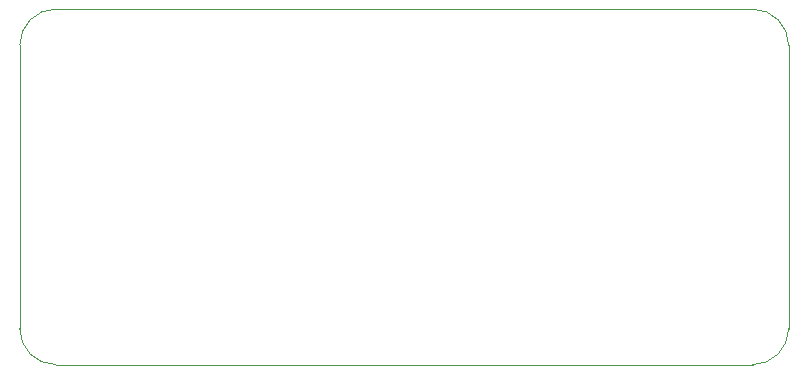
<source format=gko>
G04 Layer_Color=16711935*
%FSAX25Y25*%
%MOIN*%
G70*
G01*
G75*
%ADD114C,0.00300*%
D114*
X0107400Y0120405D02*
G03*
X0119409Y0108396I0012009J0000000D01*
G01*
X0351693D02*
G03*
X0363702Y0120405I0000000J0012009D01*
G01*
Y0214894D02*
G03*
X0351693Y0226903I-0012009J0000000D01*
G01*
X0119409Y0226903D02*
G03*
X0119407Y0226903I0000000J-0000198D01*
G01*
D02*
G03*
X0107400Y0214894I0000002J-0012009D01*
G01*
X0119409Y0108396D02*
X0351693D01*
X0363702Y0120405D02*
Y0214894D01*
X0119409Y0226903D02*
X0351693Y0226903D01*
X0107400Y0120405D02*
Y0214894D01*
M02*

</source>
